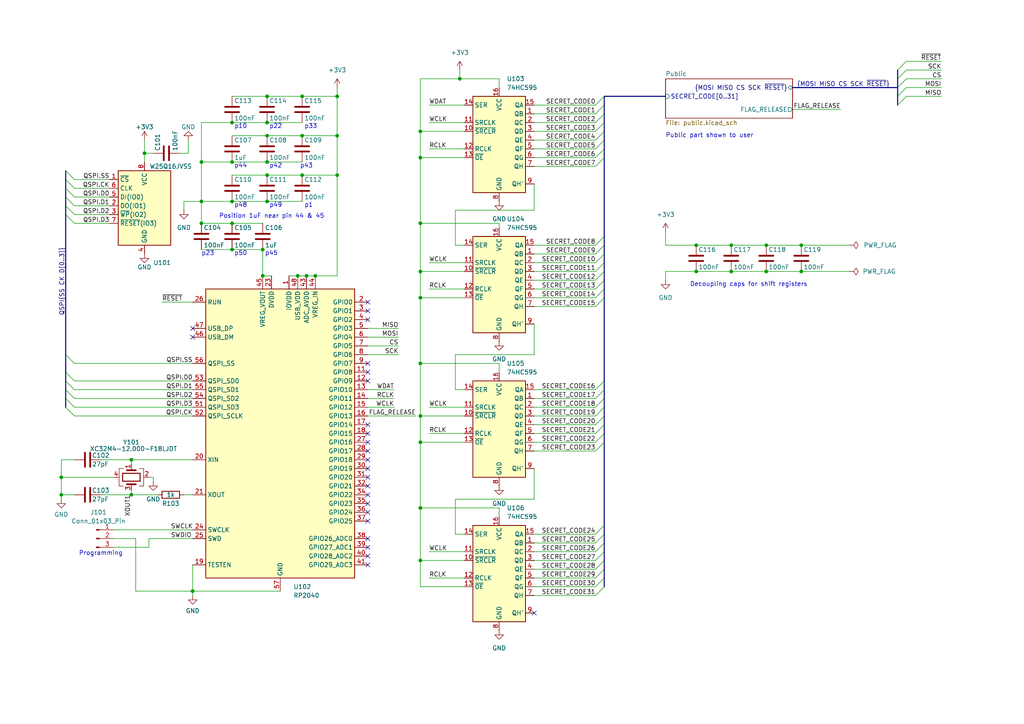
<source format=kicad_sch>
(kicad_sch (version 20231120) (generator "eeschema") (generator_version "8.0")
  (paper "A4")
  (lib_symbols
    (symbol "+3V3_1" (power) (pin_numbers hide) (pin_names (offset 0) hide)
      (property "Value" "+3V3" (at 0 3.556 0))
      (symbol "+3V3_1_0_1"
        (polyline (pts (xy -0.762 1.27) (xy 0 2.54)))
        (polyline (pts (xy 0 0) (xy 0 2.54)))
        (polyline (pts (xy 0 2.54) (xy 0.762 1.27)))
      )
      (symbol "+3V3_1_1_1"
        (pin power_in line (at 0 0 90) (length 0) (name "~") (number "1"))
      )
    )
    (symbol "74xx:74HC595"
      (property "Reference" "U" (at -7.62 13.97 0))
      (property "Value" "74HC595" (at -7.62 -16.51 0))
      (symbol "74HC595_1_0"
        (pin tri_state line (at 10.16 7.62 180) (length 2.54) (name "QB") (number "1"))
        (pin input line (at -10.16 2.54 0) (length 2.54) (name "~{SRCLR}") (number "10"))
        (pin input line (at -10.16 5.08 0) (length 2.54) (name "SRCLK") (number "11"))
        (pin input line (at -10.16 -2.54 0) (length 2.54) (name "RCLK") (number "12"))
        (pin input line (at -10.16 -5.08 0) (length 2.54) (name "~{OE}") (number "13"))
        (pin input line (at -10.16 10.16 0) (length 2.54) (name "SER") (number "14"))
        (pin tri_state line (at 10.16 10.16 180) (length 2.54) (name "QA") (number "15"))
        (pin power_in line (at 0 15.24 270) (length 2.54) (name "VCC") (number "16"))
        (pin tri_state line (at 10.16 5.08 180) (length 2.54) (name "QC") (number "2"))
        (pin tri_state line (at 10.16 2.54 180) (length 2.54) (name "QD") (number "3"))
        (pin tri_state line (at 10.16 0 180) (length 2.54) (name "QE") (number "4"))
        (pin tri_state line (at 10.16 -2.54 180) (length 2.54) (name "QF") (number "5"))
        (pin tri_state line (at 10.16 -5.08 180) (length 2.54) (name "QG") (number "6"))
        (pin tri_state line (at 10.16 -7.62 180) (length 2.54) (name "QH") (number "7"))
        (pin power_in line (at 0 -17.78 90) (length 2.54) (name "GND") (number "8"))
        (pin output line (at 10.16 -12.7 180) (length 2.54) (name "QH'") (number "9"))
      )
      (symbol "74HC595_1_1"
        (rectangle (start -7.62 12.7) (end 7.62 -15.24) (stroke (width 0.254)) (fill (type background)))
      )
    )
    (symbol "Connector:Conn_01x03_Pin" (pin_names (offset 1.016) hide)
      (property "Reference" "J" (at 0 5.08 0))
      (property "Value" "Conn_01x03_Pin" (at 0 -5.08 0))
      (symbol "Conn_01x03_Pin_1_1"
        (polyline (pts (xy 1.27 -2.54) (xy 0.8636 -2.54)) (stroke (width 0.1524)))
        (polyline (pts (xy 1.27 0) (xy 0.8636 0)) (stroke (width 0.1524)))
        (polyline (pts (xy 1.27 2.54) (xy 0.8636 2.54)) (stroke (width 0.1524)))
        (rectangle (start 0.8636 -2.413) (end 0 -2.667) (stroke (width 0.1524)) (fill (type outline)))
        (rectangle (start 0.8636 0.127) (end 0 -0.127) (stroke (width 0.1524)) (fill (type outline)))
        (rectangle (start 0.8636 2.667) (end 0 2.413) (stroke (width 0.1524)) (fill (type outline)))
        (pin passive line (at 5.08 2.54 180) (length 3.81) (name "Pin_1") (number "1"))
        (pin passive line (at 5.08 0 180) (length 3.81) (name "Pin_2") (number "2"))
        (pin passive line (at 5.08 -2.54 180) (length 3.81) (name "Pin_3") (number "3"))
      )
    )
    (symbol "Device:C" (pin_numbers hide) (pin_names (offset 0.254))
      (property "Reference" "C" (at 0.635 2.54 0))
      (property "Value" "C" (at 0.635 -2.54 0))
      (symbol "C_0_1"
        (polyline (pts (xy -2.032 -0.762) (xy 2.032 -0.762)) (stroke (width 0.508)))
        (polyline (pts (xy -2.032 0.762) (xy 2.032 0.762)) (stroke (width 0.508)))
      )
      (symbol "C_1_1"
        (pin passive line (at 0 3.81 270) (length 2.794) (name "~") (number "1"))
        (pin passive line (at 0 -3.81 90) (length 2.794) (name "~") (number "2"))
      )
    )
    (symbol "Device:Crystal_GND24" (pin_names (offset 1.016) hide)
      (property "Reference" "Y" (at 3.175 5.08 0))
      (property "Value" "Crystal_GND24" (at 3.175 3.175 0))
      (symbol "Crystal_GND24_0_1"
        (rectangle (start -1.143 2.54) (end 1.143 -2.54) (stroke (width 0.3048)))
        (polyline (pts (xy -2.54 0) (xy -2.032 0)))
        (polyline (pts (xy -2.032 -1.27) (xy -2.032 1.27)) (stroke (width 0.508)))
        (polyline (pts (xy 0 -3.81) (xy 0 -3.556)))
        (polyline (pts (xy 0 3.556) (xy 0 3.81)))
        (polyline (pts (xy 2.032 -1.27) (xy 2.032 1.27)) (stroke (width 0.508)))
        (polyline (pts (xy 2.032 0) (xy 2.54 0)))
        (polyline (pts (xy -2.54 -2.286) (xy -2.54 -3.556) (xy 2.54 -3.556) (xy 2.54 -2.286)))
        (polyline (pts (xy -2.54 2.286) (xy -2.54 3.556) (xy 2.54 3.556) (xy 2.54 2.286)))
      )
      (symbol "Crystal_GND24_1_1"
        (pin passive line (at -3.81 0 0) (length 1.27) (name "1") (number "1"))
        (pin passive line (at 0 5.08 270) (length 1.27) (name "2") (number "2"))
        (pin passive line (at 3.81 0 180) (length 1.27) (name "3") (number "3"))
        (pin passive line (at 0 -5.08 90) (length 1.27) (name "4") (number "4"))
      )
    )
    (symbol "Device:R" (pin_numbers hide) (pin_names (offset 0))
      (property "Reference" "R" (at 2.032 0 90))
      (property "Value" "R" (at 0 0 90))
      (symbol "R_0_1"
        (rectangle (start -1.016 -2.54) (end 1.016 2.54) (stroke (width 0.254)))
      )
      (symbol "R_1_1"
        (pin passive line (at 0 3.81 270) (length 1.27) (name "~") (number "1"))
        (pin passive line (at 0 -3.81 90) (length 1.27) (name "~") (number "2"))
      )
    )
    (symbol "GND_1" (power) (pin_numbers hide) (pin_names (offset 0) hide)
      (property "Value" "GND" (at 0 -3.81 0))
      (symbol "GND_1_0_1"
        (polyline (pts (xy 0 0) (xy 0 -1.27) (xy 1.27 -1.27) (xy 0 -2.54) (xy -1.27 -1.27) (xy 0 -1.27)))
      )
      (symbol "GND_1_1_1"
        (pin power_in line (at 0 0 270) (length 0) (name "~") (number "1"))
      )
    )
    (symbol "GND_2" (power) (pin_numbers hide) (pin_names (offset 0) hide)
      (property "Value" "GND" (at 0 -3.81 0))
      (symbol "GND_2_0_1"
        (polyline (pts (xy 0 0) (xy 0 -1.27) (xy 1.27 -1.27) (xy 0 -2.54) (xy -1.27 -1.27) (xy 0 -1.27)))
      )
      (symbol "GND_2_1_1"
        (pin power_in line (at 0 0 270) (length 0) (name "~") (number "1"))
      )
    )
    (symbol "MCU_RaspberryPi:RP2040"
      (property "Reference" "U" (at 17.78 45.72 0))
      (property "Value" "RP2040" (at 17.78 43.18 0))
      (symbol "RP2040_0_1"
        (rectangle (start -21.59 41.91) (end 21.59 -41.91) (stroke (width 0.254)) (fill (type background)))
      )
      (symbol "RP2040_1_1"
        (pin power_in line (at 2.54 45.72 270) (length 3.81) (name "IOVDD") (number "1"))
        (pin passive line (at 2.54 45.72 270) (length 3.81) hide (name "IOVDD") (number "10"))
        (pin bidirectional line (at 25.4 17.78 180) (length 3.81) (name "GPIO8") (number "11"))
        (pin bidirectional line (at 25.4 15.24 180) (length 3.81) (name "GPIO9") (number "12"))
        (pin bidirectional line (at 25.4 12.7 180) (length 3.81) (name "GPIO10") (number "13"))
        (pin bidirectional line (at 25.4 10.16 180) (length 3.81) (name "GPIO11") (number "14"))
        (pin bidirectional line (at 25.4 7.62 180) (length 3.81) (name "GPIO12") (number "15"))
        (pin bidirectional line (at 25.4 5.08 180) (length 3.81) (name "GPIO13") (number "16"))
        (pin bidirectional line (at 25.4 2.54 180) (length 3.81) (name "GPIO14") (number "17"))
        (pin bidirectional line (at 25.4 0 180) (length 3.81) (name "GPIO15") (number "18"))
        (pin input line (at -25.4 -38.1 0) (length 3.81) (name "TESTEN") (number "19"))
        (pin bidirectional line (at 25.4 38.1 180) (length 3.81) (name "GPIO0") (number "2"))
        (pin input line (at -25.4 -7.62 0) (length 3.81) (name "XIN") (number "20"))
        (pin passive line (at -25.4 -17.78 0) (length 3.81) (name "XOUT") (number "21"))
        (pin passive line (at 2.54 45.72 270) (length 3.81) hide (name "IOVDD") (number "22"))
        (pin power_in line (at -2.54 45.72 270) (length 3.81) (name "DVDD") (number "23"))
        (pin input line (at -25.4 -27.94 0) (length 3.81) (name "SWCLK") (number "24"))
        (pin bidirectional line (at -25.4 -30.48 0) (length 3.81) (name "SWD") (number "25"))
        (pin input line (at -25.4 38.1 0) (length 3.81) (name "RUN") (number "26"))
        (pin bidirectional line (at 25.4 -2.54 180) (length 3.81) (name "GPIO16") (number "27"))
        (pin bidirectional line (at 25.4 -5.08 180) (length 3.81) (name "GPIO17") (number "28"))
        (pin bidirectional line (at 25.4 -7.62 180) (length 3.81) (name "GPIO18") (number "29"))
        (pin bidirectional line (at 25.4 35.56 180) (length 3.81) (name "GPIO1") (number "3"))
        (pin bidirectional line (at 25.4 -10.16 180) (length 3.81) (name "GPIO19") (number "30"))
        (pin bidirectional line (at 25.4 -12.7 180) (length 3.81) (name "GPIO20") (number "31"))
        (pin bidirectional line (at 25.4 -15.24 180) (length 3.81) (name "GPIO21") (number "32"))
        (pin passive line (at 2.54 45.72 270) (length 3.81) hide (name "IOVDD") (number "33"))
        (pin bidirectional line (at 25.4 -17.78 180) (length 3.81) (name "GPIO22") (number "34"))
        (pin bidirectional line (at 25.4 -20.32 180) (length 3.81) (name "GPIO23") (number "35"))
        (pin bidirectional line (at 25.4 -22.86 180) (length 3.81) (name "GPIO24") (number "36"))
        (pin bidirectional line (at 25.4 -25.4 180) (length 3.81) (name "GPIO25") (number "37"))
        (pin bidirectional line (at 25.4 -30.48 180) (length 3.81) (name "GPIO26_ADC0") (number "38"))
        (pin bidirectional line (at 25.4 -33.02 180) (length 3.81) (name "GPIO27_ADC1") (number "39"))
        (pin bidirectional line (at 25.4 33.02 180) (length 3.81) (name "GPIO2") (number "4"))
        (pin bidirectional line (at 25.4 -35.56 180) (length 3.81) (name "GPIO28_ADC2") (number "40"))
        (pin bidirectional line (at 25.4 -38.1 180) (length 3.81) (name "GPIO29_ADC3") (number "41"))
        (pin passive line (at 2.54 45.72 270) (length 3.81) hide (name "IOVDD") (number "42"))
        (pin power_in line (at 7.62 45.72 270) (length 3.81) (name "ADC_AVDD") (number "43"))
        (pin power_in line (at 10.16 45.72 270) (length 3.81) (name "VREG_IN") (number "44"))
        (pin power_out line (at -5.08 45.72 270) (length 3.81) (name "VREG_VOUT") (number "45"))
        (pin bidirectional line (at -25.4 27.94 0) (length 3.81) (name "USB_DM") (number "46"))
        (pin bidirectional line (at -25.4 30.48 0) (length 3.81) (name "USB_DP") (number "47"))
        (pin power_in line (at 5.08 45.72 270) (length 3.81) (name "USB_VDD") (number "48"))
        (pin passive line (at 2.54 45.72 270) (length 3.81) hide (name "IOVDD") (number "49"))
        (pin bidirectional line (at 25.4 30.48 180) (length 3.81) (name "GPIO3") (number "5"))
        (pin passive line (at -2.54 45.72 270) (length 3.81) hide (name "DVDD") (number "50"))
        (pin bidirectional line (at -25.4 7.62 0) (length 3.81) (name "QSPI_SD3") (number "51"))
        (pin output line (at -25.4 5.08 0) (length 3.81) (name "QSPI_SCLK") (number "52"))
        (pin bidirectional line (at -25.4 15.24 0) (length 3.81) (name "QSPI_SD0") (number "53"))
        (pin bidirectional line (at -25.4 10.16 0) (length 3.81) (name "QSPI_SD2") (number "54"))
        (pin bidirectional line (at -25.4 12.7 0) (length 3.81) (name "QSPI_SD1") (number "55"))
        (pin bidirectional line (at -25.4 20.32 0) (length 3.81) (name "QSPI_SS") (number "56"))
        (pin power_in line (at 0 -45.72 90) (length 3.81) (name "GND") (number "57"))
        (pin bidirectional line (at 25.4 27.94 180) (length 3.81) (name "GPIO4") (number "6"))
        (pin bidirectional line (at 25.4 25.4 180) (length 3.81) (name "GPIO5") (number "7"))
        (pin bidirectional line (at 25.4 22.86 180) (length 3.81) (name "GPIO6") (number "8"))
        (pin bidirectional line (at 25.4 20.32 180) (length 3.81) (name "GPIO7") (number "9"))
      )
    )
    (symbol "power:+3V3" (power) (pin_names (offset 0))
      (property "Value" "+3V3" (at 0 3.556 0))
      (symbol "+3V3_0_1"
        (polyline (pts (xy -0.762 1.27) (xy 0 2.54)))
        (polyline (pts (xy 0 0) (xy 0 2.54)))
        (polyline (pts (xy 0 2.54) (xy 0.762 1.27)))
      )
      (symbol "+3V3_1_1"
        (pin power_in line (at 0 0 90) (length 0) hide (name "+3V3") (number "1"))
      )
    )
    (symbol "power:GND" (power) (pin_names (offset 0))
      (property "Value" "GND" (at 0 -3.81 0))
      (symbol "GND_0_1"
        (polyline (pts (xy 0 0) (xy 0 -1.27) (xy 1.27 -1.27) (xy 0 -2.54) (xy -1.27 -1.27) (xy 0 -1.27)))
      )
      (symbol "GND_1_1"
        (pin power_in line (at 0 0 270) (length 0) hide (name "GND") (number "1"))
      )
    )
    (symbol "power:PWR_FLAG" (power) (pin_numbers hide) (pin_names (offset 0) hide)
      (property "Value" "PWR_FLAG" (at 0 3.81 0))
      (symbol "PWR_FLAG_0_0"
        (pin power_out line (at 0 0 90) (length 0) (name "~") (number "1"))
      )
      (symbol "PWR_FLAG_0_1"
        (polyline (pts (xy 0 0) (xy 0 1.27) (xy -1.016 1.905) (xy 0 2.54) (xy 1.016 1.905) (xy 0 1.27)))
      )
    )
    (symbol "proj:W25Q16JVSS"
      (property "Reference" "U" (at -6.35 11.43 0))
      (property "Value" "W25Q16JVSS" (at 7.62 11.43 0))
      (symbol "W25Q16JVSS_0_1"
        (rectangle (start -7.62 10.16) (end 7.62 -11.43) (stroke (width 0.254)) (fill (type background)))
      )
      (symbol "W25Q16JVSS_1_1"
        (pin input line (at -10.16 7.62 0) (length 2.54) (name "~{CS}") (number "1"))
        (pin bidirectional line (at -10.16 0 0) (length 2.54) (name "DO(IO1)") (number "2"))
        (pin bidirectional line (at -10.16 -2.54 0) (length 2.54) (name "~{WP}(IO2)") (number "3"))
        (pin power_in line (at 0 -13.97 90) (length 2.54) (name "GND") (number "4"))
        (pin bidirectional line (at -10.16 2.54 0) (length 2.54) (name "DI(IO0)") (number "5"))
        (pin input line (at -10.16 5.08 0) (length 2.54) (name "CLK") (number "6"))
        (pin bidirectional line (at -10.16 -5.08 0) (length 2.54) (name "~{RESET}(IO3)") (number "7"))
        (pin power_in line (at 0 12.7 270) (length 2.54) (name "VCC") (number "8"))
      )
    )
  )
  (junction (at 232.41 71.12))
  (junction (at 58.42 46.99))
  (junction (at 121.92 147.32))
  (junction (at 121.92 105.41))
  (junction (at 121.92 86.36))
  (junction (at 97.79 39.37))
  (junction (at 87.63 27.94))
  (junction (at 212.09 78.74))
  (junction (at 17.78 143.51))
  (junction (at 41.91 44.45))
  (junction (at 97.79 50.8))
  (junction (at 77.47 50.8))
  (junction (at 67.31 46.99))
  (junction (at 97.79 27.94))
  (junction (at 222.25 71.12))
  (junction (at 212.09 71.12))
  (junction (at 121.92 38.1))
  (junction (at 77.47 27.94))
  (junction (at 77.47 35.56))
  (junction (at 87.63 39.37))
  (junction (at 91.44 80.01))
  (junction (at 121.92 45.72))
  (junction (at 76.2 72.39))
  (junction (at 58.42 58.42))
  (junction (at 133.35 22.86))
  (junction (at 86.36 80.01))
  (junction (at 58.42 64.77))
  (junction (at 121.92 120.65))
  (junction (at 67.31 64.77))
  (junction (at 88.9 80.01))
  (junction (at 77.47 39.37))
  (junction (at 201.93 78.74))
  (junction (at 87.63 50.8))
  (junction (at 77.47 46.99))
  (junction (at 67.31 72.39))
  (junction (at 38.1 133.35))
  (junction (at 121.92 78.74))
  (junction (at 67.31 35.56))
  (junction (at 222.25 78.74))
  (junction (at 67.31 58.42))
  (junction (at 17.78 138.43))
  (junction (at 121.92 64.77))
  (junction (at 76.2 80.01))
  (junction (at 38.1 143.51))
  (junction (at 232.41 78.74))
  (junction (at 121.92 162.56))
  (junction (at 77.47 58.42))
  (junction (at 55.88 171.45))
  (junction (at 201.93 71.12))
  (junction (at 121.92 128.27))
  (no_connect (at 106.68 161.29))
  (no_connect (at 106.68 135.89))
  (no_connect (at 106.68 110.49))
  (no_connect (at 106.68 87.63))
  (no_connect (at 106.68 156.21))
  (no_connect (at 106.68 146.05))
  (no_connect (at 106.68 130.81))
  (no_connect (at 106.68 125.73))
  (no_connect (at 154.94 177.8))
  (no_connect (at 55.88 97.79))
  (no_connect (at 106.68 128.27))
  (no_connect (at 106.68 90.17))
  (no_connect (at 106.68 143.51))
  (no_connect (at 106.68 151.13))
  (no_connect (at 106.68 140.97))
  (no_connect (at 106.68 92.71))
  (no_connect (at 106.68 148.59))
  (no_connect (at 106.68 138.43))
  (no_connect (at 106.68 123.19))
  (no_connect (at 106.68 158.75))
  (no_connect (at 106.68 105.41))
  (no_connect (at 106.68 133.35))
  (no_connect (at 55.88 95.25))
  (no_connect (at 106.68 163.83))
  (no_connect (at 106.68 107.95))
  (bus_entry (at 172.72 45.72) (size 2.54 -2.54))
  (bus_entry (at 19.05 115.57) (size 2.54 2.54))
  (bus_entry (at 19.05 59.69) (size 2.54 2.54))
  (bus_entry (at 172.72 73.66) (size 2.54 -2.54))
  (bus_entry (at 19.05 102.87) (size 2.54 2.54))
  (bus_entry (at 19.05 57.15) (size 2.54 2.54))
  (bus_entry (at 172.72 83.82) (size 2.54 -2.54))
  (bus_entry (at 172.72 88.9) (size 2.54 -2.54))
  (bus_entry (at 172.72 30.48) (size 2.54 -2.54))
  (bus_entry (at 172.72 115.57) (size 2.54 -2.54))
  (bus_entry (at 172.72 120.65) (size 2.54 -2.54))
  (bus_entry (at 172.72 162.56) (size 2.54 -2.54))
  (bus_entry (at 19.05 118.11) (size 2.54 2.54))
  (bus_entry (at 172.72 113.03) (size 2.54 -2.54))
  (bus_entry (at 19.05 54.61) (size 2.54 2.54))
  (bus_entry (at 172.72 76.2) (size 2.54 -2.54))
  (bus_entry (at 172.72 71.12) (size 2.54 -2.54))
  (bus_entry (at 172.72 123.19) (size 2.54 -2.54))
  (bus_entry (at 172.72 165.1) (size 2.54 -2.54))
  (bus_entry (at 260.35 22.86) (size 2.54 -2.54))
  (bus_entry (at 19.05 110.49) (size 2.54 2.54))
  (bus_entry (at 172.72 130.81) (size 2.54 -2.54))
  (bus_entry (at 172.72 38.1) (size 2.54 -2.54))
  (bus_entry (at 172.72 157.48) (size 2.54 -2.54))
  (bus_entry (at 260.35 25.4) (size 2.54 -2.54))
  (bus_entry (at 172.72 81.28) (size 2.54 -2.54))
  (bus_entry (at 172.72 78.74) (size 2.54 -2.54))
  (bus_entry (at 172.72 128.27) (size 2.54 -2.54))
  (bus_entry (at 172.72 48.26) (size 2.54 -2.54))
  (bus_entry (at 19.05 49.53) (size 2.54 2.54))
  (bus_entry (at 172.72 160.02) (size 2.54 -2.54))
  (bus_entry (at 260.35 20.32) (size 2.54 -2.54))
  (bus_entry (at 172.72 172.72) (size 2.54 -2.54))
  (bus_entry (at 172.72 40.64) (size 2.54 -2.54))
  (bus_entry (at 172.72 170.18) (size 2.54 -2.54))
  (bus_entry (at 172.72 125.73) (size 2.54 -2.54))
  (bus_entry (at 260.35 30.48) (size 2.54 -2.54))
  (bus_entry (at 19.05 52.07) (size 2.54 2.54))
  (bus_entry (at 172.72 35.56) (size 2.54 -2.54))
  (bus_entry (at 19.05 113.03) (size 2.54 2.54))
  (bus_entry (at 172.72 43.18) (size 2.54 -2.54))
  (bus_entry (at 19.05 62.23) (size 2.54 2.54))
  (bus_entry (at 172.72 33.02) (size 2.54 -2.54))
  (bus_entry (at 172.72 118.11) (size 2.54 -2.54))
  (bus_entry (at 19.05 107.95) (size 2.54 2.54))
  (bus_entry (at 172.72 86.36) (size 2.54 -2.54))
  (bus_entry (at 260.35 27.94) (size 2.54 -2.54))
  (bus_entry (at 172.72 167.64) (size 2.54 -2.54))
  (bus_entry (at 172.72 154.94) (size 2.54 -2.54))
  (wire (pts (xy 38.1 134.62) (xy 38.1 133.35)))
  (wire (pts (xy 154.94 78.74) (xy 172.72 78.74)))
  (wire (pts (xy 132.08 71.12) (xy 132.08 60.96)))
  (wire (pts (xy 154.94 43.18) (xy 172.72 43.18)))
  (wire (pts (xy 124.46 160.02) (xy 134.62 160.02)))
  (wire (pts (xy 17.78 143.51) (xy 21.59 143.51)))
  (wire (pts (xy 43.18 158.75) (xy 33.02 158.75)))
  (wire (pts (xy 134.62 170.18) (xy 121.92 170.18)))
  (wire (pts (xy 17.78 133.35) (xy 21.59 133.35)))
  (wire (pts (xy 29.21 133.35) (xy 38.1 133.35)))
  (wire (pts (xy 154.94 162.56) (xy 172.72 162.56)))
  (bus (pts (xy 19.05 54.61) (xy 19.05 52.07)))
  (wire (pts (xy 21.59 113.03) (xy 55.88 113.03)))
  (wire (pts (xy 154.94 160.02) (xy 172.72 160.02)))
  (bus (pts (xy 19.05 62.23) (xy 19.05 102.87)))
  (wire (pts (xy 67.31 35.56) (xy 77.47 35.56)))
  (wire (pts (xy 86.36 80.01) (xy 88.9 80.01)))
  (wire (pts (xy 121.92 120.65) (xy 121.92 105.41)))
  (wire (pts (xy 83.82 80.01) (xy 86.36 80.01)))
  (wire (pts (xy 144.78 22.86) (xy 144.78 25.4)))
  (bus (pts (xy 175.26 81.28) (xy 175.26 83.82)))
  (wire (pts (xy 121.92 38.1) (xy 121.92 22.86)))
  (wire (pts (xy 132.08 60.96) (xy 154.94 60.96)))
  (wire (pts (xy 58.42 35.56) (xy 67.31 35.56)))
  (bus (pts (xy 260.35 25.4) (xy 260.35 27.94)))
  (wire (pts (xy 262.89 17.78) (xy 273.05 17.78)))
  (wire (pts (xy 39.37 171.45) (xy 55.88 171.45)))
  (wire (pts (xy 154.94 167.64) (xy 172.72 167.64)))
  (wire (pts (xy 229.87 31.75) (xy 243.84 31.75)))
  (bus (pts (xy 175.26 73.66) (xy 175.26 76.2)))
  (wire (pts (xy 134.62 38.1) (xy 121.92 38.1)))
  (bus (pts (xy 175.26 110.49) (xy 175.26 113.03)))
  (wire (pts (xy 21.59 115.57) (xy 55.88 115.57)))
  (bus (pts (xy 175.26 83.82) (xy 175.26 86.36)))
  (wire (pts (xy 154.94 120.65) (xy 172.72 120.65)))
  (wire (pts (xy 232.41 78.74) (xy 246.38 78.74)))
  (wire (pts (xy 21.59 52.07) (xy 31.75 52.07)))
  (wire (pts (xy 154.94 88.9) (xy 172.72 88.9)))
  (wire (pts (xy 106.68 97.79) (xy 115.57 97.79)))
  (wire (pts (xy 154.94 35.56) (xy 172.72 35.56)))
  (wire (pts (xy 17.78 138.43) (xy 33.02 138.43)))
  (wire (pts (xy 55.88 171.45) (xy 55.88 163.83)))
  (wire (pts (xy 67.31 64.77) (xy 76.2 64.77)))
  (wire (pts (xy 87.63 27.94) (xy 97.79 27.94)))
  (wire (pts (xy 201.93 78.74) (xy 212.09 78.74)))
  (bus (pts (xy 175.26 86.36) (xy 175.26 110.49)))
  (bus (pts (xy 19.05 115.57) (xy 19.05 118.11)))
  (wire (pts (xy 21.59 54.61) (xy 31.75 54.61)))
  (bus (pts (xy 175.26 115.57) (xy 175.26 118.11)))
  (bus (pts (xy 175.26 162.56) (xy 175.26 165.1)))
  (wire (pts (xy 154.94 45.72) (xy 172.72 45.72)))
  (wire (pts (xy 132.08 144.78) (xy 154.94 144.78)))
  (wire (pts (xy 124.46 35.56) (xy 134.62 35.56)))
  (wire (pts (xy 106.68 118.11) (xy 114.3 118.11)))
  (wire (pts (xy 21.59 110.49) (xy 55.88 110.49)))
  (wire (pts (xy 133.35 20.32) (xy 133.35 22.86)))
  (bus (pts (xy 175.26 38.1) (xy 175.26 40.64)))
  (bus (pts (xy 175.26 128.27) (xy 175.26 152.4)))
  (wire (pts (xy 106.68 100.33) (xy 115.57 100.33)))
  (wire (pts (xy 121.92 86.36) (xy 121.92 78.74)))
  (bus (pts (xy 175.26 68.58) (xy 175.26 71.12)))
  (wire (pts (xy 154.94 154.94) (xy 172.72 154.94)))
  (wire (pts (xy 53.34 60.96) (xy 53.34 58.42)))
  (wire (pts (xy 193.04 67.31) (xy 193.04 71.12)))
  (wire (pts (xy 154.94 38.1) (xy 172.72 38.1)))
  (bus (pts (xy 175.26 157.48) (xy 175.26 160.02)))
  (wire (pts (xy 154.94 33.02) (xy 172.72 33.02)))
  (wire (pts (xy 124.46 76.2) (xy 134.62 76.2)))
  (wire (pts (xy 67.31 39.37) (xy 77.47 39.37)))
  (wire (pts (xy 121.92 45.72) (xy 121.92 38.1)))
  (wire (pts (xy 124.46 167.64) (xy 134.62 167.64)))
  (wire (pts (xy 134.62 78.74) (xy 121.92 78.74)))
  (wire (pts (xy 44.45 138.43) (xy 43.18 138.43)))
  (wire (pts (xy 222.25 71.12) (xy 232.41 71.12)))
  (wire (pts (xy 154.94 93.98) (xy 154.94 102.87)))
  (wire (pts (xy 46.99 87.63) (xy 55.88 87.63)))
  (bus (pts (xy 175.26 165.1) (xy 175.26 167.64)))
  (wire (pts (xy 154.94 128.27) (xy 172.72 128.27)))
  (bus (pts (xy 175.26 27.94) (xy 175.26 30.48)))
  (bus (pts (xy 175.26 45.72) (xy 175.26 68.58)))
  (bus (pts (xy 175.26 167.64) (xy 175.26 170.18)))
  (wire (pts (xy 55.88 172.72) (xy 55.88 171.45)))
  (bus (pts (xy 175.26 78.74) (xy 175.26 81.28)))
  (wire (pts (xy 58.42 64.77) (xy 58.42 58.42)))
  (wire (pts (xy 77.47 46.99) (xy 87.63 46.99)))
  (wire (pts (xy 58.42 46.99) (xy 67.31 46.99)))
  (bus (pts (xy 175.26 35.56) (xy 175.26 38.1)))
  (wire (pts (xy 154.94 123.19) (xy 172.72 123.19)))
  (wire (pts (xy 132.08 102.87) (xy 132.08 113.03)))
  (wire (pts (xy 77.47 39.37) (xy 87.63 39.37)))
  (wire (pts (xy 134.62 120.65) (xy 121.92 120.65)))
  (wire (pts (xy 67.31 72.39) (xy 76.2 72.39)))
  (wire (pts (xy 154.94 157.48) (xy 172.72 157.48)))
  (wire (pts (xy 121.92 128.27) (xy 121.92 147.32)))
  (wire (pts (xy 77.47 58.42) (xy 87.63 58.42)))
  (wire (pts (xy 201.93 71.12) (xy 212.09 71.12)))
  (wire (pts (xy 154.94 172.72) (xy 172.72 172.72)))
  (wire (pts (xy 21.59 62.23) (xy 31.75 62.23)))
  (wire (pts (xy 134.62 86.36) (xy 121.92 86.36)))
  (wire (pts (xy 97.79 80.01) (xy 91.44 80.01)))
  (wire (pts (xy 87.63 50.8) (xy 97.79 50.8)))
  (wire (pts (xy 58.42 72.39) (xy 67.31 72.39)))
  (wire (pts (xy 154.94 144.78) (xy 154.94 135.89)))
  (bus (pts (xy 19.05 107.95) (xy 19.05 110.49)))
  (wire (pts (xy 154.94 71.12) (xy 172.72 71.12)))
  (wire (pts (xy 53.34 143.51) (xy 55.88 143.51)))
  (wire (pts (xy 21.59 118.11) (xy 55.88 118.11)))
  (wire (pts (xy 154.94 113.03) (xy 172.72 113.03)))
  (bus (pts (xy 19.05 102.87) (xy 19.05 107.95)))
  (wire (pts (xy 144.78 64.77) (xy 144.78 66.04)))
  (wire (pts (xy 38.1 133.35) (xy 55.88 133.35)))
  (wire (pts (xy 193.04 78.74) (xy 193.04 81.28)))
  (wire (pts (xy 262.89 27.94) (xy 273.05 27.94)))
  (wire (pts (xy 154.94 170.18) (xy 172.72 170.18)))
  (wire (pts (xy 193.04 71.12) (xy 201.93 71.12)))
  (wire (pts (xy 154.94 130.81) (xy 172.72 130.81)))
  (bus (pts (xy 175.26 120.65) (xy 175.26 123.19)))
  (wire (pts (xy 121.92 128.27) (xy 121.92 120.65)))
  (wire (pts (xy 124.46 125.73) (xy 134.62 125.73)))
  (wire (pts (xy 132.08 154.94) (xy 132.08 144.78)))
  (wire (pts (xy 67.31 58.42) (xy 77.47 58.42)))
  (wire (pts (xy 76.2 80.01) (xy 78.74 80.01)))
  (wire (pts (xy 38.1 143.51) (xy 45.72 143.51)))
  (wire (pts (xy 21.59 105.41) (xy 55.88 105.41)))
  (wire (pts (xy 106.68 115.57) (xy 114.3 115.57)))
  (bus (pts (xy 175.26 118.11) (xy 175.26 120.65)))
  (wire (pts (xy 53.34 58.42) (xy 58.42 58.42)))
  (bus (pts (xy 19.05 52.07) (xy 19.05 49.53)))
  (bus (pts (xy 175.26 154.94) (xy 175.26 157.48)))
  (wire (pts (xy 154.94 115.57) (xy 172.72 115.57)))
  (wire (pts (xy 106.68 120.65) (xy 120.65 120.65)))
  (bus (pts (xy 260.35 22.86) (xy 260.35 25.4)))
  (wire (pts (xy 144.78 147.32) (xy 144.78 149.86)))
  (wire (pts (xy 121.92 170.18) (xy 121.92 162.56)))
  (wire (pts (xy 154.94 40.64) (xy 172.72 40.64)))
  (wire (pts (xy 106.68 102.87) (xy 115.57 102.87)))
  (wire (pts (xy 97.79 39.37) (xy 87.63 39.37)))
  (wire (pts (xy 121.92 86.36) (xy 121.92 105.41)))
  (wire (pts (xy 154.94 118.11) (xy 172.72 118.11)))
  (wire (pts (xy 121.92 162.56) (xy 121.92 147.32)))
  (bus (pts (xy 19.05 62.23) (xy 19.05 59.69)))
  (bus (pts (xy 193.04 27.94) (xy 175.26 27.94)))
  (wire (pts (xy 212.09 71.12) (xy 222.25 71.12)))
  (wire (pts (xy 67.31 27.94) (xy 77.47 27.94)))
  (wire (pts (xy 106.68 95.25) (xy 115.57 95.25)))
  (wire (pts (xy 144.78 147.32) (xy 121.92 147.32)))
  (bus (pts (xy 19.05 59.69) (xy 19.05 57.15)))
  (wire (pts (xy 124.46 118.11) (xy 134.62 118.11)))
  (wire (pts (xy 17.78 144.78) (xy 17.78 143.51)))
  (bus (pts (xy 175.26 152.4) (xy 175.26 154.94)))
  (wire (pts (xy 58.42 58.42) (xy 58.42 46.99)))
  (wire (pts (xy 134.62 71.12) (xy 132.08 71.12)))
  (bus (pts (xy 19.05 113.03) (xy 19.05 115.57)))
  (wire (pts (xy 76.2 72.39) (xy 76.2 80.01)))
  (bus (pts (xy 260.35 27.94) (xy 260.35 30.48)))
  (wire (pts (xy 97.79 50.8) (xy 97.79 80.01)))
  (wire (pts (xy 144.78 105.41) (xy 121.92 105.41)))
  (wire (pts (xy 21.59 64.77) (xy 31.75 64.77)))
  (wire (pts (xy 144.78 105.41) (xy 144.78 107.95)))
  (wire (pts (xy 134.62 154.94) (xy 132.08 154.94)))
  (wire (pts (xy 201.93 78.74) (xy 193.04 78.74)))
  (wire (pts (xy 154.94 73.66) (xy 172.72 73.66)))
  (wire (pts (xy 17.78 133.35) (xy 17.78 138.43)))
  (wire (pts (xy 58.42 46.99) (xy 58.42 35.56)))
  (wire (pts (xy 232.41 71.12) (xy 246.38 71.12)))
  (wire (pts (xy 43.18 156.21) (xy 43.18 158.75)))
  (wire (pts (xy 154.94 76.2) (xy 172.72 76.2)))
  (bus (pts (xy 19.05 110.49) (xy 19.05 113.03)))
  (wire (pts (xy 38.1 142.24) (xy 38.1 143.51)))
  (bus (pts (xy 175.26 113.03) (xy 175.26 115.57)))
  (wire (pts (xy 97.79 27.94) (xy 97.79 39.37)))
  (wire (pts (xy 21.59 120.65) (xy 55.88 120.65)))
  (wire (pts (xy 124.46 43.18) (xy 134.62 43.18)))
  (bus (pts (xy 260.35 20.32) (xy 260.35 22.86)))
  (wire (pts (xy 133.35 22.86) (xy 121.92 22.86)))
  (wire (pts (xy 87.63 27.94) (xy 77.47 27.94)))
  (wire (pts (xy 154.94 102.87) (xy 132.08 102.87)))
  (wire (pts (xy 41.91 44.45) (xy 41.91 46.99)))
  (wire (pts (xy 67.31 50.8) (xy 77.47 50.8)))
  (wire (pts (xy 262.89 22.86) (xy 273.05 22.86)))
  (bus (pts (xy 175.26 30.48) (xy 175.26 33.02)))
  (wire (pts (xy 58.42 58.42) (xy 67.31 58.42)))
  (bus (pts (xy 175.26 123.19) (xy 175.26 125.73)))
  (wire (pts (xy 262.89 25.4) (xy 273.05 25.4)))
  (wire (pts (xy 121.92 45.72) (xy 121.92 64.77)))
  (wire (pts (xy 154.94 60.96) (xy 154.94 53.34)))
  (wire (pts (xy 212.09 78.74) (xy 222.25 78.74)))
  (wire (pts (xy 262.89 20.32) (xy 273.05 20.32)))
  (wire (pts (xy 134.62 45.72) (xy 121.92 45.72)))
  (wire (pts (xy 97.79 50.8) (xy 97.79 39.37)))
  (wire (pts (xy 21.59 59.69) (xy 31.75 59.69)))
  (bus (pts (xy 175.26 160.02) (xy 175.26 162.56)))
  (bus (pts (xy 175.26 76.2) (xy 175.26 78.74)))
  (wire (pts (xy 144.78 64.77) (xy 121.92 64.77)))
  (wire (pts (xy 154.94 83.82) (xy 172.72 83.82)))
  (wire (pts (xy 41.91 40.64) (xy 41.91 44.45)))
  (wire (pts (xy 106.68 113.03) (xy 114.3 113.03)))
  (wire (pts (xy 39.37 156.21) (xy 39.37 171.45)))
  (wire (pts (xy 43.18 156.21) (xy 55.88 156.21)))
  (bus (pts (xy 175.26 125.73) (xy 175.26 128.27)))
  (bus (pts (xy 175.26 33.02) (xy 175.26 35.56)))
  (wire (pts (xy 154.94 125.73) (xy 172.72 125.73)))
  (wire (pts (xy 154.94 30.48) (xy 172.72 30.48)))
  (wire (pts (xy 144.78 22.86) (xy 133.35 22.86)))
  (wire (pts (xy 58.42 64.77) (xy 67.31 64.77)))
  (wire (pts (xy 97.79 25.4) (xy 97.79 27.94)))
  (wire (pts (xy 29.21 143.51) (xy 38.1 143.51)))
  (wire (pts (xy 154.94 165.1) (xy 172.72 165.1)))
  (wire (pts (xy 55.88 171.45) (xy 81.28 171.45)))
  (wire (pts (xy 134.62 162.56) (xy 121.92 162.56)))
  (wire (pts (xy 121.92 78.74) (xy 121.92 64.77)))
  (wire (pts (xy 77.47 50.8) (xy 87.63 50.8)))
  (wire (pts (xy 87.63 35.56) (xy 77.47 35.56)))
  (wire (pts (xy 33.02 153.67) (xy 55.88 153.67)))
  (bus (pts (xy 175.26 43.18) (xy 175.26 45.72)))
  (wire (pts (xy 88.9 80.01) (xy 91.44 80.01)))
  (wire (pts (xy 21.59 57.15) (xy 31.75 57.15)))
  (bus (pts (xy 175.26 40.64) (xy 175.26 43.18)))
  (wire (pts (xy 154.94 81.28) (xy 172.72 81.28)))
  (wire (pts (xy 124.46 30.48) (xy 134.62 30.48)))
  (wire (pts (xy 154.94 48.26) (xy 172.72 48.26)))
  (wire (pts (xy 44.45 139.7) (xy 44.45 138.43)))
  (wire (pts (xy 222.25 78.74) (xy 232.41 78.74)))
  (wire (pts (xy 132.08 113.03) (xy 134.62 113.03)))
  (wire (pts (xy 154.94 86.36) (xy 172.72 86.36)))
  (bus (pts (xy 19.05 57.15) (xy 19.05 54.61)))
  (wire (pts (xy 54.61 40.64) (xy 54.61 44.45)))
  (bus (pts (xy 175.26 71.12) (xy 175.26 73.66)))
  (wire (pts (xy 17.78 138.43) (xy 17.78 143.51)))
  (bus (pts (xy 260.35 25.4) (xy 229.87 25.4)))
  (wire (pts (xy 67.31 46.99) (xy 77.47 46.99)))
  (wire (pts (xy 41.91 44.45) (xy 44.45 44.45)))
  (wire (pts (xy 54.61 44.45) (xy 52.07 44.45)))
  (wire (pts (xy 124.46 83.82) (xy 134.62 83.82)))
  (wire (pts (xy 134.62 128.27) (xy 121.92 128.27)))
  (wire (pts (xy 33.02 156.21) (xy 39.37 156.21)))
  (text "p50" (at 67.945 74.295 0) (effects (font (size 1.27 1.27)) (justify left bottom)))
  (text "p44" (at 67.945 48.895 0) (effects (font (size 1.27 1.27)) (justify left bottom)))
  (text "p1" (at 88.265 60.325 0) (effects (font (size 1.27 1.27)) (justify left bottom)))
  (text "Public part shown to user" (at 193.04 39.37 0) (effects (font (size 1.27 1.27)) (justify left)))
  (text "p33" (at 88.265 37.465 0) (effects (font (size 1.27 1.27)) (justify left bottom)))
  (text "p22" (at 78.105 37.465 0) (effects (font (size 1.27 1.27)) (justify left bottom)))
  (text "Programming" (at 22.86 161.29 0) (effects (font (size 1.27 1.27)) (justify left bottom)))
  (text "p45" (at 76.835 74.295 0) (effects (font (size 1.27 1.27)) (justify left bottom)))
  (text "p23" (at 58.42 74.295 0) (effects (font (size 1.27 1.27)) (justify left bottom)))
  (text "p48" (at 67.945 60.325 0) (effects (font (size 1.27 1.27)) (justify left bottom)))
  (text "Decoupling caps for shift registers" (at 217.17 82.55 0) (effects (font (size 1.27 1.27))))
  (text "p49" (at 78.105 60.325 0) (effects (font (size 1.27 1.27)) (justify left bottom)))
  (text "Position 1uF near pin 44 & 45" (at 63.5 63.5 0) (effects (font (size 1.27 1.27)) (justify left bottom)))
  (text "p10" (at 67.945 37.465 0) (effects (font (size 1.27 1.27)) (justify left bottom)))
  (text "p43" (at 86.995 48.895 0) (effects (font (size 1.27 1.27)) (justify left bottom)))
  (text "p42" (at 78.105 48.895 0) (effects (font (size 1.27 1.27)) (justify left bottom)))
  (label "SECRET_CODE9" (at 172.72 73.66 180))
  (label "QSPI.CK" (at 55.88 120.65 180))
  (label "SECRET_CODE10" (at 172.72 76.2 180))
  (label "QSPI.D3" (at 55.88 118.11 180))
  (label "SECRET_CODE24" (at 172.72 154.94 180))
  (label "WDAT" (at 124.46 30.48 0))
  (label "SECRET_CODE12" (at 172.72 81.28 180))
  (label "SECRET_CODE30" (at 172.72 170.18 180))
  (label "MOSI" (at 273.05 25.4 180))
  (label "SECRET_CODE19" (at 172.72 120.65 180))
  (label "SECRET_CODE16" (at 172.72 113.03 180))
  (label "WCLK" (at 114.3 118.11 180))
  (label "QSPI.D3" (at 31.75 64.77 180))
  (label "SWDIO" (at 49.53 156.21 0))
  (label "SECRET_CODE3" (at 172.72 38.1 180))
  (label "SECRET_CODE20" (at 172.72 123.19 180))
  (label "MOSI" (at 115.57 97.79 180))
  (label "QSPI{SS CK D[0..3]}" (at 19.05 91.44 90))
  (label "SECRET_CODE22" (at 172.72 128.27 180))
  (label "SECRET_CODE17" (at 172.72 115.57 180))
  (label "~{RESET}" (at 273.05 17.78 180))
  (label "SECRET_CODE5" (at 172.72 43.18 180))
  (label "SECRET_CODE25" (at 172.72 157.48 180))
  (label "SECRET_CODE21" (at 172.72 125.73 180))
  (label "WCLK" (at 124.46 35.56 0))
  (label "RCLK" (at 124.46 125.73 0))
  (label "SECRET_CODE31" (at 172.72 172.72 180))
  (label "FLAG_RELEASE" (at 120.65 120.65 180))
  (label "RCLK" (at 124.46 83.82 0))
  (label "SECRET_CODE18" (at 172.72 118.11 180))
  (label "SECRET_CODE23" (at 172.72 130.81 180))
  (label "WCLK" (at 124.46 118.11 0))
  (label "QSPI.SS" (at 55.88 105.41 180))
  (label "SECRET_CODE26" (at 172.72 160.02 180))
  (label "SECRET_CODE15" (at 172.72 88.9 180))
  (label "SWCLK" (at 49.53 153.67 0))
  (label "FLAG_RELEASE" (at 243.84 31.75 180))
  (label "WDAT" (at 114.3 113.03 180))
  (label "QSPI.D1" (at 31.75 59.69 180))
  (label "SECRET_CODE1" (at 172.72 33.02 180))
  (label "RCLK" (at 124.46 167.64 0))
  (label "CS" (at 273.05 22.86 180))
  (label "WCLK" (at 124.46 160.02 0))
  (label "QSPI.SS" (at 31.75 52.07 180))
  (label "XOUT1" (at 38.1 143.51 270))
  (label "MISO" (at 115.57 95.25 180))
  (label "SECRET_CODE14" (at 172.72 86.36 180))
  (label "SECRET_CODE29" (at 172.72 167.64 180))
  (label "SECRET_CODE2" (at 172.72 35.56 180))
  (label "~{RESET}" (at 46.99 87.63 0))
  (label "RCLK" (at 124.46 43.18 0))
  (label "CS" (at 115.57 100.33 180))
  (label "{MOSI MISO CS SCK ~{RESET}}" (at 231.14 25.4 0))
  (label "SECRET_CODE28" (at 172.72 165.1 180))
  (label "SECRET_CODE7" (at 172.72 48.26 180))
  (label "MISO" (at 273.05 27.94 180))
  (label "QSPI.D0" (at 55.88 110.49 180))
  (label "SECRET_CODE6" (at 172.72 45.72 180))
  (label "QSPI.CK" (at 31.75 54.61 180))
  (label "QSPI.D0" (at 31.75 57.15 180))
  (label "SCK" (at 273.05 20.32 180))
  (label "RCLK" (at 114.3 115.57 180))
  (label "SECRET_CODE8" (at 172.72 71.12 180))
  (label "QSPI.D1" (at 55.88 113.03 180))
  (label "SECRET_CODE0" (at 172.72 30.48 180))
  (label "WCLK" (at 124.46 76.2 0))
  (label "SECRET_CODE27" (at 172.72 162.56 180))
  (label "QSPI.D2" (at 55.88 115.57 180))
  (label "SECRET_CODE13" (at 172.72 83.82 180))
  (label "SECRET_CODE11" (at 172.72 78.74 180))
  (label "QSPI.D2" (at 31.75 62.23 180))
  (label "SECRET_CODE4" (at 172.72 40.64 180))
  (label "SCK" (at 115.57 102.87 180))
  (symbol (lib_name "GND_2") (lib_id "power:GND") (at 53.34 60.96 0) (unit 1)
    (property "Reference" "#PWR0108" (effects (hide yes)))
    (property "Value" "GND" (at 53.34 66.04 0))
    (property "Description" "Power symbol creates a global label with name \"GND\" , ground" (effects (hide yes)))
  )
  (symbol (lib_id "Device:C") (at 58.42 68.58 0) (unit 1)
    (property "Reference" "C104" (at 59.055 66.04 0) (effects (justify left)))
    (property "Value" "100nF" (at 59.055 71.12 0) (effects (justify left)))
    (property "Footprint" "Capacitor_SMD:C_0603_1608Metric_Pad1.08x0.95mm_HandSolder" (effects (hide yes)))
    (property "LCSC" "C14663" (effects (hide yes)))
  )
  (symbol (lib_name "GND_1") (lib_id "power:GND") (at 193.04 81.28 0) (unit 1)
    (property "Reference" "#PWR0117" (effects (hide yes)))
    (property "Value" "GND" (at 193.04 86.36 0))
    (property "Description" "Power symbol creates a global label with name \"GND\" , ground" (effects (hide yes)))
  )
  (symbol (lib_id "power:+3V3") (at 193.04 67.31 0) (mirror y) (unit 1)
    (property "Reference" "#PWR0110" (effects (hide yes)))
    (property "Value" "+3V3" (at 193.04 62.23 0))
  )
  (symbol (lib_id "74xx:74HC595") (at 144.78 165.1 0) (unit 1)
    (property "Reference" "U106" (at 146.9741 147.32 0) (effects (justify left)))
    (property "Value" "74HC595" (at 146.9741 149.86 0) (effects (justify left)))
    (property "Footprint" "Package_SO:SOP-16_3.9x9.9mm_P1.27mm" (effects (hide yes)))
    (property "Datasheet" "http://www.ti.com/lit/ds/symlink/sn74hc595.pdf" (effects (hide yes)))
    (property "Description" "8-bit serial in/out Shift Register 3-State Outputs" (effects (hide yes)))
    (property "LCSC" "C2929943" (effects (hide yes)))
  )
  (symbol (lib_id "power:+3V3") (at 41.91 40.64 0) (unit 1)
    (property "Reference" "#PWR0101" (effects (hide yes)))
    (property "Value" "+3V3" (at 41.91 36.83 0))
  )
  (symbol (lib_id "power:GND") (at 54.61 40.64 180) (unit 1)
    (property "Reference" "#PWR0103" (effects (hide yes)))
    (property "Value" "GND" (at 54.61 36.83 0))
  )
  (symbol (lib_id "74xx:74HC595") (at 144.78 40.64 0) (unit 1)
    (property "Reference" "U103" (at 146.9741 22.86 0) (effects (justify left)))
    (property "Value" "74HC595" (at 146.9741 25.4 0) (effects (justify left)))
    (property "Footprint" "Package_SO:SOP-16_3.9x9.9mm_P1.27mm" (effects (hide yes)))
    (property "Datasheet" "http://www.ti.com/lit/ds/symlink/sn74hc595.pdf" (effects (hide yes)))
    (property "Description" "8-bit serial in/out Shift Register 3-State Outputs" (effects (hide yes)))
    (property "LCSC" "C2929943" (effects (hide yes)))
  )
  (symbol (lib_id "Device:C") (at 201.93 74.93 0) (unit 1)
    (property "Reference" "C116" (at 202.565 72.39 0) (effects (justify left)))
    (property "Value" "100nF" (at 202.565 77.47 0) (effects (justify left)))
    (property "Footprint" "Capacitor_SMD:C_0603_1608Metric_Pad1.08x0.95mm_HandSolder" (effects (hide yes)))
    (property "LCSC" "C14663" (effects (hide yes)))
  )
  (symbol (lib_id "Device:C") (at 87.63 43.18 0) (unit 1)
    (property "Reference" "C109" (at 88.265 40.64 0) (effects (justify left)))
    (property "Value" "100nF" (at 88.265 45.72 0) (effects (justify left)))
    (property "Footprint" "Capacitor_SMD:C_0603_1608Metric_Pad1.08x0.95mm_HandSolder" (effects (hide yes)))
    (property "LCSC" "C14663" (effects (hide yes)))
  )
  (symbol (lib_id "Device:C") (at 25.4 143.51 90) (unit 1)
    (property "Reference" "C103" (at 26.67 142.24 90) (effects (justify right)))
    (property "Value" "27pF" (at 26.67 144.78 90) (effects (justify right)))
    (property "Footprint" "Capacitor_SMD:C_0603_1608Metric_Pad1.08x0.95mm_HandSolder" (effects (hide yes)))
    (property "LCSC" "C107045" (effects (hide yes)))
  )
  (symbol (lib_id "Device:C") (at 77.47 54.61 0) (unit 1)
    (property "Reference" "C111" (at 78.105 52.07 0) (effects (justify left)))
    (property "Value" "100nF" (at 78.105 57.15 0) (effects (justify left)))
    (property "Footprint" "Capacitor_SMD:C_0603_1608Metric_Pad1.08x0.95mm_HandSolder" (effects (hide yes)))
    (property "LCSC" "C14663" (effects (hide yes)))
  )
  (symbol (lib_name "GND_1") (lib_id "power:GND") (at 144.78 182.88 0) (unit 1)
    (property "Reference" "#PWR0116" (effects (hide yes)))
    (property "Value" "GND" (at 144.78 187.96 0))
    (property "Description" "Power symbol creates a global label with name \"GND\" , ground" (effects (hide yes)))
  )
  (symbol (lib_id "Device:Crystal_GND24") (at 38.1 138.43 270) (unit 1)
    (property "Reference" "Y101" (at 38.1 128.27 90))
    (property "Value" "XC32M4-12.000-F18LJDT" (at 38.735 130.175 90))
    (property "Footprint" "Crystal:Crystal_SMD_3225-4Pin_3.2x2.5mm_HandSoldering" (effects (hide yes)))
    (property "LCSC" "C2890217" (effects (hide yes)))
  )
  (symbol (lib_id "power:GND") (at 17.78 144.78 0) (unit 1)
    (property "Reference" "#PWR0104" (effects (hide yes)))
    (property "Value" "GND" (at 17.78 149.225 0))
  )
  (symbol (lib_id "Device:C") (at 67.31 68.58 0) (unit 1)
    (property "Reference" "C105" (at 67.945 66.04 0) (effects (justify left)))
    (property "Value" "100nF" (at 67.945 71.12 0) (effects (justify left)))
    (property "Footprint" "Capacitor_SMD:C_0603_1608Metric_Pad1.08x0.95mm_HandSolder" (effects (hide yes)))
    (property "LCSC" "C14663" (effects (hide yes)))
  )
  (symbol (lib_id "Device:C") (at 212.09 74.93 0) (unit 1)
    (property "Reference" "C117" (at 212.725 72.39 0) (effects (justify left)))
    (property "Value" "100nF" (at 212.725 77.47 0) (effects (justify left)))
    (property "Footprint" "Capacitor_SMD:C_0603_1608Metric_Pad1.08x0.95mm_HandSolder" (effects (hide yes)))
    (property "LCSC" "C14663" (effects (hide yes)))
  )
  (symbol (lib_id "Device:C") (at 232.41 74.93 0) (unit 1)
    (property "Reference" "C119" (at 233.045 72.39 0) (effects (justify left)))
    (property "Value" "100nF" (at 233.045 77.47 0) (effects (justify left)))
    (property "Footprint" "Capacitor_SMD:C_0603_1608Metric_Pad1.08x0.95mm_HandSolder" (effects (hide yes)))
    (property "LCSC" "C14663" (effects (hide yes)))
  )
  (symbol (lib_id "Device:C") (at 67.31 31.75 0) (unit 1)
    (property "Reference" "C113" (at 67.945 29.21 0) (effects (justify left)))
    (property "Value" "100nF" (at 67.945 34.29 0) (effects (justify left)))
    (property "Footprint" "Capacitor_SMD:C_0603_1608Metric_Pad1.08x0.95mm_HandSolder" (effects (hide yes)))
    (property "LCSC" "C14663" (effects (hide yes)))
  )
  (symbol (lib_id "MCU_RaspberryPi:RP2040") (at 81.28 125.73 0) (unit 1)
    (property "Reference" "U102" (at 85.09 170.18 0) (effects (justify left)))
    (property "Value" "RP2040" (at 85.09 172.72 0) (effects (justify left)))
    (property "Footprint" "Package_DFN_QFN:QFN-56-1EP_7x7mm_P0.4mm_EP3.2x3.2mm" (effects (hide yes)))
    (property "Datasheet" "https://datasheets.raspberrypi.com/rp2040/rp2040-datasheet.pdf" (effects (hide yes)))
    (property "LCSC" "C2040" (effects (hide yes)))
    (property "JLCPCB Rotation Offset" "-90" (effects (hide yes)))
  )
  (symbol (lib_id "Device:R") (at 49.53 143.51 90) (unit 1)
    (property "Reference" "R103" (at 49.53 146.05 90))
    (property "Value" "1k" (at 49.53 143.51 90))
    (property "Footprint" "Resistor_SMD:R_0603_1608Metric_Pad0.98x0.95mm_HandSolder" (effects (hide yes)))
    (property "LCSC" "C21190" (effects (hide yes)))
  )
  (symbol (lib_id "Device:C") (at 87.63 31.75 0) (unit 1)
    (property "Reference" "C115" (at 88.265 29.21 0) (effects (justify left)))
    (property "Value" "100nF" (at 88.265 34.29 0) (effects (justify left)))
    (property "Footprint" "Capacitor_SMD:C_0603_1608Metric_Pad1.08x0.95mm_HandSolder" (effects (hide yes)))
    (property "LCSC" "C14663" (effects (hide yes)))
  )
  (symbol (lib_id "power:GND") (at 55.88 172.72 0) (unit 1)
    (property "Reference" "#PWR0107" (effects (hide yes)))
    (property "Value" "GND" (at 55.88 177.165 0))
  )
  (symbol (lib_name "GND_1") (lib_id "power:GND") (at 144.78 140.97 0) (unit 1)
    (property "Reference" "#PWR0115" (effects (hide yes)))
    (property "Value" "GND" (at 144.78 146.05 0))
    (property "Description" "Power symbol creates a global label with name \"GND\" , ground" (effects (hide yes)))
  )
  (symbol (lib_id "power:GND") (at 44.45 139.7 0) (unit 1)
    (property "Reference" "#PWR0106" (effects (hide yes)))
    (property "Value" "GND" (at 44.45 144.78 0))
  )
  (symbol (lib_id "Device:C") (at 222.25 74.93 0) (unit 1)
    (property "Reference" "C118" (at 222.885 72.39 0) (effects (justify left)))
    (property "Value" "100nF" (at 222.885 77.47 0) (effects (justify left)))
    (property "Footprint" "Capacitor_SMD:C_0603_1608Metric_Pad1.08x0.95mm_HandSolder" (effects (hide yes)))
    (property "LCSC" "C14663" (effects (hide yes)))
  )
  (symbol (lib_name "GND_1") (lib_id "power:GND") (at 144.78 99.06 0) (unit 1)
    (property "Reference" "#PWR0114" (effects (hide yes)))
    (property "Value" "GND" (at 144.78 104.14 0))
    (property "Description" "Power symbol creates a global label with name \"GND\" , ground" (effects (hide yes)))
  )
  (symbol (lib_id "proj:W25Q16JVSS") (at 41.91 59.69 0) (unit 1)
    (property "Reference" "U101" (at 44.45 76.2 0) (effects (justify left)))
    (property "Value" "W25Q16JVSS" (at 49.53 48.26 0))
    (property "Footprint" "Package_SO:SOIC-8_5.23x5.23mm_P1.27mm" (effects (hide yes)))
    (property "Datasheet" "https://datasheet.lcsc.com/lcsc/2205122030_Winbond-Elec-W25Q16JVUXIQ_C2843335.pdf" (effects (hide yes)))
    (property "LCSC" "C131025" (effects (hide yes)))
    (property "JLCPCB Rotation Offset" "0" (effects (hide yes)))
  )
  (symbol (lib_id "74xx:74HC595") (at 144.78 81.28 0) (unit 1)
    (property "Reference" "U104" (at 146.9741 63.5 0) (effects (justify left)))
    (property "Value" "74HC595" (at 146.9741 66.04 0) (effects (justify left)))
    (property "Footprint" "Package_SO:SOP-16_3.9x9.9mm_P1.27mm" (effects (hide yes)))
    (property "Datasheet" "http://www.ti.com/lit/ds/symlink/sn74hc595.pdf" (effects (hide yes)))
    (property "Description" "8-bit serial in/out Shift Register 3-State Outputs" (effects (hide yes)))
    (property "LCSC" "C2929943" (effects (hide yes)))
  )
  (symbol (lib_id "power:PWR_FLAG") (at 246.38 78.74 270) (unit 1)
    (property "Reference" "#FLG0102" (effects (hide yes)))
    (property "Value" "PWR_FLAG" (at 250.19 78.7399 90) (effects (justify left)))
    (property "Description" "Special symbol for telling ERC where power comes from" (effects (hide yes)))
  )
  (symbol (lib_id "Device:C") (at 77.47 43.18 0) (unit 1)
    (property "Reference" "C108" (at 78.105 40.64 0) (effects (justify left)))
    (property "Value" "100nF" (at 78.105 45.72 0) (effects (justify left)))
    (property "Footprint" "Capacitor_SMD:C_0603_1608Metric_Pad1.08x0.95mm_HandSolder" (effects (hide yes)))
    (property "LCSC" "C14663" (effects (hide yes)))
  )
  (symbol (lib_id "Device:C") (at 77.47 31.75 0) (unit 1)
    (property "Reference" "C114" (at 78.105 29.21 0) (effects (justify left)))
    (property "Value" "100nF" (at 78.105 34.29 0) (effects (justify left)))
    (property "Footprint" "Capacitor_SMD:C_0603_1608Metric_Pad1.08x0.95mm_HandSolder" (effects (hide yes)))
    (property "LCSC" "C14663" (effects (hide yes)))
  )
  (symbol (lib_id "Device:C") (at 67.31 54.61 0) (unit 1)
    (property "Reference" "C110" (at 67.945 52.07 0) (effects (justify left)))
    (property "Value" "100nF" (at 67.945 57.15 0) (effects (justify left)))
    (property "Footprint" "Capacitor_SMD:C_0603_1608Metric_Pad1.08x0.95mm_HandSolder" (effects (hide yes)))
    (property "LCSC" "C14663" (effects (hide yes)))
  )
  (symbol (lib_id "Connector:Conn_01x03_Pin") (at 27.94 156.21 0) (unit 1)
    (property "Reference" "J101" (at 28.575 148.59 0))
    (property "Value" "Conn_01x03_Pin" (at 28.575 151.13 0))
    (property "Footprint" "Connector_JST:JST_SH_SM03B-SRSS-TB_1x03-1MP_P1.00mm_Horizontal" (effects (hide yes)))
    (property "LCSC" "C160403" (effects (hide yes)))
  )
  (symbol (lib_id "power:GND") (at 41.91 73.66 0) (unit 1)
    (property "Reference" "#PWR0105" (effects (hide yes)))
    (property "Value" "GND" (at 41.91 77.47 0))
  )
  (symbol (lib_id "74xx:74HC595") (at 144.78 123.19 0) (unit 1)
    (property "Reference" "U105" (at 146.9741 105.41 0) (effects (justify left)))
    (property "Value" "74HC595" (at 146.9741 107.95 0) (effects (justify left)))
    (property "Footprint" "Package_SO:SOP-16_3.9x9.9mm_P1.27mm" (effects (hide yes)))
    (property "Datasheet" "http://www.ti.com/lit/ds/symlink/sn74hc595.pdf" (effects (hide yes)))
    (property "Description" "8-bit serial in/out Shift Register 3-State Outputs" (effects (hide yes)))
    (property "LCSC" "C2929943" (effects (hide yes)))
  )
  (symbol (lib_name "+3V3_1") (lib_id "power:+3V3") (at 133.35 20.32 0) (unit 1)
    (property "Reference" "#PWR0112" (effects (hide yes)))
    (property "Value" "+3V3" (at 133.35 15.24 0))
    (property "Description" "Power symbol creates a global label with name \"+3V3\"" (effects (hide yes)))
  )
  (symbol (lib_id "Device:C") (at 67.31 43.18 0) (unit 1)
    (property "Reference" "C107" (at 67.945 40.64 0) (effects (justify left)))
    (property "Value" "1uF" (at 67.945 45.72 0) (effects (justify left)))
    (property "Footprint" "Capacitor_SMD:C_0603_1608Metric_Pad1.08x0.95mm_HandSolder" (effects (hide yes)))
    (property "LCSC" "C15849" (effects (hide yes)))
  )
  (symbol (lib_id "power:PWR_FLAG") (at 246.38 71.12 270) (unit 1)
    (property "Reference" "#FLG0101" (effects (hide yes)))
    (property "Value" "PWR_FLAG" (at 255.27 71.12 90))
    (property "Description" "Special symbol for telling ERC where power comes from" (effects (hide yes)))
  )
  (symbol (lib_name "GND_1") (lib_id "power:GND") (at 144.78 58.42 0) (unit 1)
    (property "Reference" "#PWR0113" (effects (hide yes)))
    (property "Value" "GND" (at 144.78 63.5 0))
    (property "Description" "Power symbol creates a global label with name \"GND\" , ground" (effects (hide yes)))
  )
  (symbol (lib_id "Device:C") (at 87.63 54.61 0) (unit 1)
    (property "Reference" "C112" (at 88.265 52.07 0) (effects (justify left)))
    (property "Value" "100nF" (at 88.265 57.15 0) (effects (justify left)))
    (property "Footprint" "Capacitor_SMD:C_0603_1608Metric_Pad1.08x0.95mm_HandSolder" (effects (hide yes)))
    (property "LCSC" "C14663" (effects (hide yes)))
  )
  (symbol (lib_id "Device:C") (at 48.26 44.45 90) (unit 1)
    (property "Reference" "C101" (at 45.72 43.815 0) (effects (justify left)))
    (property "Value" "100nF" (at 50.8 43.815 0) (effects (justify left)))
    (property "Footprint" "Capacitor_SMD:C_0603_1608Metric_Pad1.08x0.95mm_HandSolder" (effects (hide yes)))
    (property "LCSC" "C14663" (effects (hide yes)))
  )
  (symbol (lib_id "Device:C") (at 25.4 133.35 90) (unit 1)
    (property "Reference" "C102" (at 26.67 132.08 90) (effects (justify right)))
    (property "Value" "27pF" (at 26.67 134.62 90) (effects (justify right)))
    (property "Footprint" "Capacitor_SMD:C_0603_1608Metric_Pad1.08x0.95mm_HandSolder" (effects (hide yes)))
    (property "LCSC" "C107045" (effects (hide yes)))
  )
  (symbol (lib_id "Device:C") (at 76.2 68.58 0) (unit 1)
    (property "Reference" "C106" (at 76.835 66.04 0) (effects (justify left)))
    (property "Value" "1uF" (at 76.835 71.12 0) (effects (justify left)))
    (property "Footprint" "Capacitor_SMD:C_0603_1608Metric_Pad1.08x0.95mm_HandSolder" (effects (hide yes)))
    (property "LCSC" "C15849" (effects (hide yes)))
  )
  (symbol (lib_id "power:+3V3") (at 97.79 25.4 0) (unit 1)
    (property "Reference" "#PWR0109" (effects (hide yes)))
    (property "Value" "+3V3" (at 97.79 20.32 0))
  )
  (sheet (at 193.04 22.86) (size 36.83 11.43) (stroke (width 0.1524))
    (property "Sheetname" "Public" (at 193.04 22.1484 0) (effects (justify left bottom)))
    (property "Sheetfile" "public.kicad_sch" (at 193.04 34.8746 0) (effects (justify left top)))
    (pin "SECRET_CODE[0..31]" input (at 193.04 27.94 180))
    (pin "{MOSI MISO CS SCK ~{RESET}}" bidirectional (at 229.87 25.4 0))
    (pin "FLAG_RELEASE" output (at 229.87 31.75 0))
  )
)
</source>
